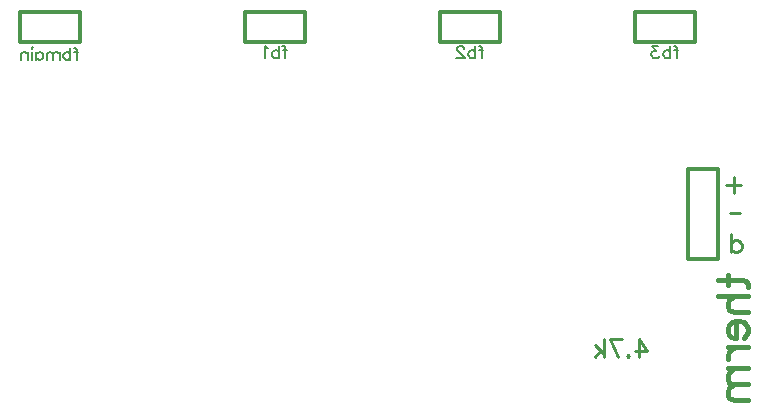
<source format=gbo>
G04 DipTrace 3.1.0.1*
G04 Controller.GBO*
%MOMM*%
G04 #@! TF.FileFunction,Legend,Bot*
G04 #@! TF.Part,Single*
%ADD15C,0.3*%
%ADD32C,0.23529*%
%ADD35C,0.39216*%
%ADD36C,0.15686*%
%FSLAX35Y35*%
G04*
G71*
G90*
G75*
G01*
G04 BotSilk*
%LPD*%
X8181793Y3283167D2*
D15*
X8435793D1*
Y2521167D1*
X8181793D1*
Y3283167D1*
X2524000Y4619500D2*
X3032000D1*
Y4365500D1*
X2524000D1*
Y4619500D1*
X4429000D2*
X4937000D1*
Y4365500D1*
X4429000D1*
Y4619500D1*
X6080000D2*
X6588000D1*
Y4365500D1*
X6080000D1*
Y4619500D1*
X7731000D2*
X8239000D1*
Y4365500D1*
X7731000D1*
Y4619500D1*
X7762540Y1693108D2*
D32*
Y1846071D1*
X7835484Y1744152D1*
X7726153D1*
X7671850Y1707765D2*
X7679094Y1700352D1*
X7671850Y1693108D1*
X7664438Y1700352D1*
X7671850Y1707765D1*
X7588235Y1693108D2*
X7515291Y1846071D1*
X7617379D1*
X7468232Y1846240D2*
Y1693108D1*
X7395289Y1795196D2*
X7468232Y1722252D1*
X7439089Y1751396D2*
X7388045Y1693108D1*
X8564995Y3216332D2*
Y3085101D1*
X8630526Y3150632D2*
X8499295D1*
X8615275Y2912590D2*
X8531045D1*
X8546918Y2735240D2*
Y2582108D1*
Y2662296D2*
X8561406Y2676952D1*
X8576062Y2684196D1*
X8597962D1*
X8612450Y2676952D1*
X8627106Y2662296D1*
X8634350Y2640396D1*
Y2625908D1*
X8627106Y2604008D1*
X8612450Y2589521D1*
X8597962Y2582108D1*
X8576062D1*
X8561406Y2589521D1*
X8546918Y2604008D1*
X8431464Y2350488D2*
D35*
X8638110D1*
X8674329Y2338415D1*
X8686683Y2313988D1*
Y2289842D1*
X8516537Y2386988D2*
Y2301915D1*
X8431464Y2211411D2*
X8686683D1*
X8565110D2*
X8528610Y2174911D1*
X8516537Y2150484D1*
Y2113984D1*
X8528610Y2089838D1*
X8565110Y2077765D1*
X8686683D1*
X8589537Y1999333D2*
Y1853614D1*
X8565110D1*
X8540683Y1865687D1*
X8528610Y1877760D1*
X8516537Y1902187D1*
Y1938687D1*
X8528610Y1962833D1*
X8553037Y1987260D1*
X8589537Y1999333D1*
X8613683D1*
X8650183Y1987260D1*
X8674329Y1962833D1*
X8686683Y1938687D1*
Y1902187D1*
X8674329Y1877760D1*
X8650183Y1853614D1*
X8516537Y1775183D2*
X8686683D1*
X8589537D2*
X8553037Y1762829D1*
X8528610Y1738683D1*
X8516537Y1714256D1*
Y1677756D1*
Y1599324D2*
X8686683D1*
X8565110D2*
X8528610Y1562824D1*
X8516537Y1538398D1*
Y1502178D1*
X8528610Y1477751D1*
X8565110Y1465678D1*
X8686683D1*
X8565110D2*
X8528610Y1429178D1*
X8516537Y1404751D1*
Y1368532D1*
X8528610Y1344105D1*
X8565110Y1331752D1*
X8686683D1*
X2979653Y4311047D2*
D36*
X2989312D1*
X2999082Y4306217D1*
X3003912Y4291617D1*
Y4208959D1*
X3018512Y4277017D2*
X2984482D1*
X2948281Y4311047D2*
Y4208959D1*
Y4262417D2*
X2938510Y4272188D1*
X2928851Y4277017D1*
X2914251D1*
X2904593Y4272188D1*
X2894822Y4262417D1*
X2889993Y4247817D1*
Y4238159D1*
X2894822Y4223559D1*
X2904593Y4213900D1*
X2914251Y4208959D1*
X2928851D1*
X2938510Y4213900D1*
X2948281Y4223559D1*
X2858620Y4277017D2*
Y4208959D1*
Y4257588D2*
X2844020Y4272188D1*
X2834250Y4277017D1*
X2819762D1*
X2809991Y4272188D1*
X2805162Y4257588D1*
Y4208959D1*
Y4257588D2*
X2790562Y4272188D1*
X2780791Y4277017D1*
X2766303D1*
X2756533Y4272188D1*
X2751591Y4257588D1*
Y4208959D1*
X2661931Y4277017D2*
Y4208959D1*
Y4262417D2*
X2671589Y4272188D1*
X2681360Y4277017D1*
X2695848D1*
X2705618Y4272188D1*
X2715277Y4262417D1*
X2720218Y4247817D1*
Y4238159D1*
X2715277Y4223559D1*
X2705618Y4213900D1*
X2695848Y4208959D1*
X2681360D1*
X2671589Y4213900D1*
X2661931Y4223559D1*
X2630558Y4311047D2*
X2625729Y4306217D1*
X2620787Y4311047D1*
X2625729Y4315988D1*
X2630558Y4311047D1*
X2625729Y4277017D2*
Y4208959D1*
X2589415Y4277017D2*
Y4208959D1*
Y4257588D2*
X2574815Y4272188D1*
X2565044Y4277017D1*
X2550556D1*
X2540786Y4272188D1*
X2535956Y4257588D1*
Y4208959D1*
X4745107Y4326933D2*
X4754765D1*
X4764536Y4322104D1*
X4769365Y4307504D1*
Y4224846D1*
X4783965Y4292904D2*
X4749936D1*
X4713734Y4326933D2*
Y4224846D1*
Y4278304D2*
X4703963Y4288075D1*
X4694305Y4292904D1*
X4679705D1*
X4670046Y4288075D1*
X4660276Y4278304D1*
X4655446Y4263704D1*
Y4254046D1*
X4660276Y4239446D1*
X4670046Y4229787D1*
X4679705Y4224846D1*
X4694305D1*
X4703963Y4229787D1*
X4713734Y4239446D1*
X4624074Y4307392D2*
X4614303Y4312333D1*
X4599703Y4326821D1*
Y4224846D1*
X6408044Y4326933D2*
X6417703D1*
X6427474Y4322104D1*
X6432303Y4307504D1*
Y4224846D1*
X6446903Y4292904D2*
X6412874D1*
X6376672Y4326933D2*
Y4224846D1*
Y4278304D2*
X6366901Y4288075D1*
X6357243Y4292904D1*
X6342643D1*
X6332984Y4288075D1*
X6323213Y4278304D1*
X6318384Y4263704D1*
Y4254046D1*
X6323213Y4239446D1*
X6332984Y4229787D1*
X6342643Y4224846D1*
X6357243D1*
X6366901Y4229787D1*
X6376672Y4239446D1*
X6282070Y4302563D2*
Y4307392D1*
X6277241Y4317163D1*
X6272412Y4321992D1*
X6262641Y4326821D1*
X6243212D1*
X6233553Y4321992D1*
X6228724Y4317163D1*
X6223782Y4307392D1*
Y4297733D1*
X6228724Y4287963D1*
X6238382Y4273475D1*
X6287012Y4224846D1*
X6218953D1*
X8059048Y4326930D2*
X8068706D1*
X8078477Y4322101D1*
X8083306Y4307501D1*
Y4224842D1*
X8097906Y4292901D2*
X8063877D1*
X8027675Y4326930D2*
Y4224842D1*
Y4278301D2*
X8017904Y4288071D1*
X8008246Y4292901D1*
X7993646D1*
X7983987Y4288071D1*
X7974217Y4278301D1*
X7969387Y4263701D1*
Y4254042D1*
X7974217Y4239442D1*
X7983987Y4229784D1*
X7993646Y4224842D1*
X8008246D1*
X8017904Y4229784D1*
X8027675Y4239442D1*
X7928244Y4326818D2*
X7874898D1*
X7903986Y4287959D1*
X7889386D1*
X7879727Y4283130D1*
X7874898Y4278301D1*
X7869956Y4263701D1*
Y4254042D1*
X7874898Y4239442D1*
X7884556Y4229671D1*
X7899156Y4224842D1*
X7913756D1*
X7928244Y4229671D1*
X7933073Y4234613D1*
X7938015Y4244271D1*
M02*

</source>
